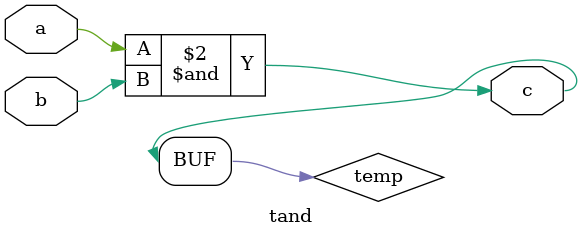
<source format=v>

module ha(
input a,b,
 output s,c
);
  
assign s = a ^ b;  
assign c = a & b; //operators arithmetic,logical or ternary 
  
endmodule


//Use 2: Undefined nets in Structural Modeling Style

module fa(
input ain,bin,cin,
output sout,cout
);
 
wire t1,t2,t3;  
  
ha h1 (ain,bin,t1,t2);
ha h2 (t1,cin,sout,t3);
  
assign cout = t2 | t3;
  
endmodule


//Use 3: Connecting reg datatypes to port

module tand(a,b,c);
input a,b;
output wire c;
 
  reg temp;
  
  
  always@(a,b)
    begin
      temp = a & b;
    end
  
assign c = temp;
  
endmodule


</source>
